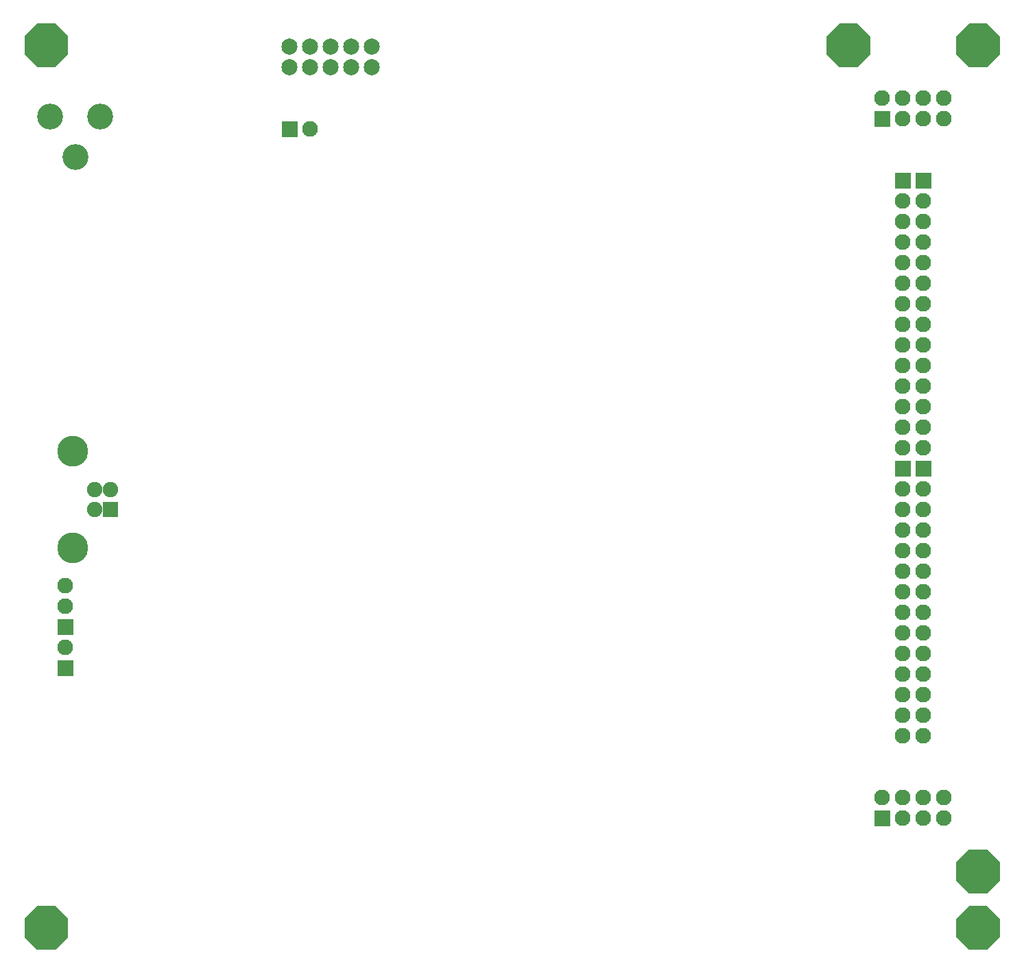
<source format=gbr>
G04 start of page 7 for group -4062 idx -4062 *
G04 Title: NVMemProg_Main, soldermask *
G04 Creator: pcb v4.0.0-ga246c150 *
G04 CreationDate: Sat Sep 30 23:46:22 2017 UTC *
G04 For: wojtek *
G04 Format: Gerber/RS-274X *
G04 PCB-Dimensions (mil): 4980.31 4606.30 *
G04 PCB-Coordinate-Origin: lower left *
%MOIN*%
%FSLAX25Y25*%
%LNBOTTOMMASK*%
%ADD75C,0.0785*%
%ADD74C,0.1260*%
%ADD73C,0.0769*%
%ADD72C,0.1496*%
%ADD71C,0.0748*%
%ADD70C,0.0001*%
G54D70*G36*
X56307Y223898D02*Y216417D01*
X63787D01*
Y223898D01*
X56307D01*
G37*
G54D71*X60047Y230000D03*
X52173D03*
Y220157D03*
G54D72*X41543Y248701D03*
Y201457D03*
G54D70*G36*
X34204Y147001D02*Y139314D01*
X41891D01*
Y147001D01*
X34204D01*
G37*
G54D73*X38047Y153157D03*
G54D70*G36*
X34204Y167001D02*Y159314D01*
X41891D01*
Y167001D01*
X34204D01*
G37*
G54D73*X38047Y173157D03*
Y183157D03*
G54D74*X30638Y411157D03*
X55047D03*
X42843Y391472D03*
G54D70*G36*
X143204Y409001D02*Y401314D01*
X150891D01*
Y409001D01*
X143204D01*
G37*
G54D73*X157047Y405157D03*
G54D75*X147047Y435157D03*
Y445157D03*
X157047Y435157D03*
Y445157D03*
X167047Y435157D03*
X177047D03*
X187047D03*
X167047Y445157D03*
X177047D03*
X187047D03*
G54D70*G36*
X431204Y74001D02*Y66314D01*
X438891D01*
Y74001D01*
X431204D01*
G37*
G54D73*X435047Y80157D03*
X445047Y70157D03*
X455047D03*
X465047D03*
X445047Y80157D03*
X455047D03*
X465047D03*
X455047Y410157D03*
Y420157D03*
X465047Y410157D03*
Y420157D03*
G54D70*G36*
X431204Y414001D02*Y406314D01*
X438891D01*
Y414001D01*
X431204D01*
G37*
G54D73*X435047Y420157D03*
X445047Y410157D03*
Y420157D03*
G54D70*G36*
X451204Y384001D02*Y376314D01*
X458891D01*
Y384001D01*
X451204D01*
G37*
G54D73*X455047Y370157D03*
Y360157D03*
G54D70*G36*
X441204Y384001D02*Y376314D01*
X448891D01*
Y384001D01*
X441204D01*
G37*
G54D73*X445047Y370157D03*
Y360157D03*
Y350157D03*
Y340157D03*
Y330157D03*
X455047Y350157D03*
Y340157D03*
Y330157D03*
Y320157D03*
Y310157D03*
Y300157D03*
Y290157D03*
Y280157D03*
Y270157D03*
Y260157D03*
X445047D03*
X455047Y250157D03*
G54D70*G36*
X451204Y244001D02*Y236314D01*
X458891D01*
Y244001D01*
X451204D01*
G37*
G54D73*X455047Y230157D03*
G54D70*G36*
X441204Y244001D02*Y236314D01*
X448891D01*
Y244001D01*
X441204D01*
G37*
G54D73*X445047Y250157D03*
Y320157D03*
Y310157D03*
Y300157D03*
Y290157D03*
Y280157D03*
Y270157D03*
X455047Y220157D03*
Y210157D03*
Y200157D03*
Y190157D03*
Y180157D03*
Y170157D03*
Y160157D03*
Y150157D03*
Y140157D03*
Y130157D03*
Y120157D03*
Y110157D03*
X445047Y230157D03*
Y220157D03*
Y210157D03*
Y200157D03*
Y190157D03*
Y180157D03*
Y170157D03*
Y160157D03*
Y150157D03*
Y140157D03*
Y130157D03*
Y120157D03*
Y110157D03*
G54D70*G36*
X39417Y450348D02*X33190Y456575D01*
X24384D01*
X18157Y450348D01*
Y441542D01*
X24384Y435315D01*
X33190D01*
X39417Y441542D01*
Y450348D01*
G37*
G36*
Y21214D02*X33190Y27441D01*
X24384D01*
X18157Y21214D01*
Y12408D01*
X24384Y6181D01*
X33190D01*
X39417Y12408D01*
Y21214D01*
G37*
G36*
X429181Y450348D02*X422954Y456575D01*
X414148D01*
X407921Y450348D01*
Y441542D01*
X414148Y435315D01*
X422954D01*
X429181Y441542D01*
Y450348D01*
G37*
G36*
X492173D02*X485946Y456575D01*
X477140D01*
X470913Y450348D01*
Y441542D01*
X477140Y435315D01*
X485946D01*
X492173Y441542D01*
Y450348D01*
G37*
G36*
Y21214D02*X485946Y27441D01*
X477140D01*
X470913Y21214D01*
Y12408D01*
X477140Y6181D01*
X485946D01*
X492173Y12408D01*
Y21214D01*
G37*
G36*
Y48773D02*X485946Y55000D01*
X477140D01*
X470913Y48773D01*
Y39967D01*
X477140Y33740D01*
X485946D01*
X492173Y39967D01*
Y48773D01*
G37*
M02*

</source>
